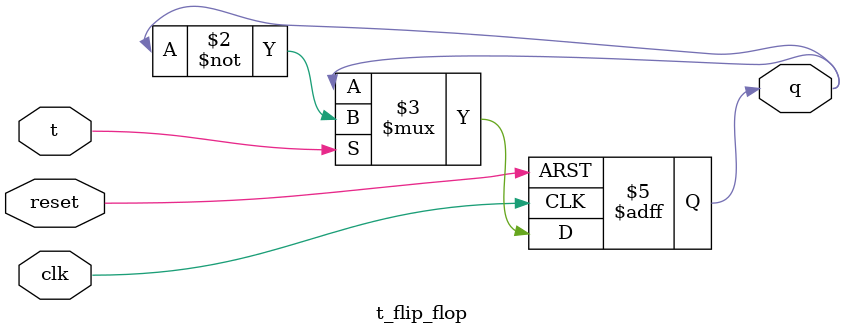
<source format=v>
module t_flip_flop(
    input wire clk,
    input wire reset,
    input wire t,
    output reg q
    );

    always @(posedge clk or posedge reset) begin
        if (reset)
            q <= 1'b0;
        else if (t)
            q <= ~q;
    end

endmodule
</source>
